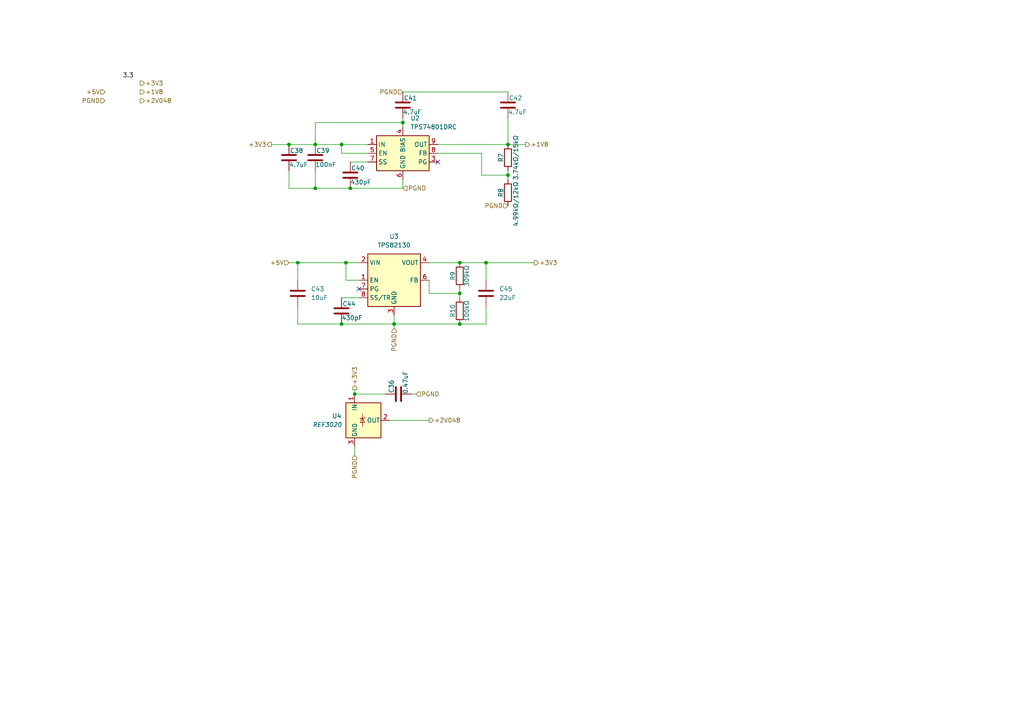
<source format=kicad_sch>
(kicad_sch
	(version 20231120)
	(generator "eeschema")
	(generator_version "8.0")
	(uuid "21edec84-2999-4231-a042-39a3406cf668")
	(paper "A4")
	(lib_symbols
		(symbol "Device:C"
			(pin_numbers hide)
			(pin_names
				(offset 0.254)
			)
			(exclude_from_sim no)
			(in_bom yes)
			(on_board yes)
			(property "Reference" "C"
				(at 0.635 2.54 0)
				(effects
					(font
						(size 1.27 1.27)
					)
					(justify left)
				)
			)
			(property "Value" "C"
				(at 0.635 -2.54 0)
				(effects
					(font
						(size 1.27 1.27)
					)
					(justify left)
				)
			)
			(property "Footprint" ""
				(at 0.9652 -3.81 0)
				(effects
					(font
						(size 1.27 1.27)
					)
					(hide yes)
				)
			)
			(property "Datasheet" "~"
				(at 0 0 0)
				(effects
					(font
						(size 1.27 1.27)
					)
					(hide yes)
				)
			)
			(property "Description" "Unpolarized capacitor"
				(at 0 0 0)
				(effects
					(font
						(size 1.27 1.27)
					)
					(hide yes)
				)
			)
			(property "ki_keywords" "cap capacitor"
				(at 0 0 0)
				(effects
					(font
						(size 1.27 1.27)
					)
					(hide yes)
				)
			)
			(property "ki_fp_filters" "C_*"
				(at 0 0 0)
				(effects
					(font
						(size 1.27 1.27)
					)
					(hide yes)
				)
			)
			(symbol "C_0_1"
				(polyline
					(pts
						(xy -2.032 -0.762) (xy 2.032 -0.762)
					)
					(stroke
						(width 0.508)
						(type default)
					)
					(fill
						(type none)
					)
				)
				(polyline
					(pts
						(xy -2.032 0.762) (xy 2.032 0.762)
					)
					(stroke
						(width 0.508)
						(type default)
					)
					(fill
						(type none)
					)
				)
			)
			(symbol "C_1_1"
				(pin passive line
					(at 0 3.81 270)
					(length 2.794)
					(name "~"
						(effects
							(font
								(size 1.27 1.27)
							)
						)
					)
					(number "1"
						(effects
							(font
								(size 1.27 1.27)
							)
						)
					)
				)
				(pin passive line
					(at 0 -3.81 90)
					(length 2.794)
					(name "~"
						(effects
							(font
								(size 1.27 1.27)
							)
						)
					)
					(number "2"
						(effects
							(font
								(size 1.27 1.27)
							)
						)
					)
				)
			)
		)
		(symbol "Device:R"
			(pin_numbers hide)
			(pin_names
				(offset 0)
			)
			(exclude_from_sim no)
			(in_bom yes)
			(on_board yes)
			(property "Reference" "R"
				(at 2.032 0 90)
				(effects
					(font
						(size 1.27 1.27)
					)
				)
			)
			(property "Value" "R"
				(at 0 0 90)
				(effects
					(font
						(size 1.27 1.27)
					)
				)
			)
			(property "Footprint" ""
				(at -1.778 0 90)
				(effects
					(font
						(size 1.27 1.27)
					)
					(hide yes)
				)
			)
			(property "Datasheet" "~"
				(at 0 0 0)
				(effects
					(font
						(size 1.27 1.27)
					)
					(hide yes)
				)
			)
			(property "Description" "Resistor"
				(at 0 0 0)
				(effects
					(font
						(size 1.27 1.27)
					)
					(hide yes)
				)
			)
			(property "ki_keywords" "R res resistor"
				(at 0 0 0)
				(effects
					(font
						(size 1.27 1.27)
					)
					(hide yes)
				)
			)
			(property "ki_fp_filters" "R_*"
				(at 0 0 0)
				(effects
					(font
						(size 1.27 1.27)
					)
					(hide yes)
				)
			)
			(symbol "R_0_1"
				(rectangle
					(start -1.016 -2.54)
					(end 1.016 2.54)
					(stroke
						(width 0.254)
						(type default)
					)
					(fill
						(type none)
					)
				)
			)
			(symbol "R_1_1"
				(pin passive line
					(at 0 3.81 270)
					(length 1.27)
					(name "~"
						(effects
							(font
								(size 1.27 1.27)
							)
						)
					)
					(number "1"
						(effects
							(font
								(size 1.27 1.27)
							)
						)
					)
				)
				(pin passive line
					(at 0 -3.81 90)
					(length 1.27)
					(name "~"
						(effects
							(font
								(size 1.27 1.27)
							)
						)
					)
					(number "2"
						(effects
							(font
								(size 1.27 1.27)
							)
						)
					)
				)
			)
		)
		(symbol "Reference_Voltage:REF3020"
			(pin_names
				(offset 0.254)
			)
			(exclude_from_sim no)
			(in_bom yes)
			(on_board yes)
			(property "Reference" "U"
				(at 0 6.35 0)
				(effects
					(font
						(size 1.27 1.27)
					)
				)
			)
			(property "Value" "REF3020"
				(at 2.54 -6.35 0)
				(effects
					(font
						(size 1.27 1.27)
						(italic yes)
					)
				)
			)
			(property "Footprint" "Package_TO_SOT_SMD:SOT-23"
				(at 0 -11.43 0)
				(effects
					(font
						(size 1.27 1.27)
						(italic yes)
					)
					(hide yes)
				)
			)
			(property "Datasheet" "http://www.ti.com/lit/ds/symlink/ref3033.pdf"
				(at 2.54 -8.89 0)
				(effects
					(font
						(size 1.27 1.27)
						(italic yes)
					)
					(hide yes)
				)
			)
			(property "Description" "2.048V 50-ppm/°C Max, 50-μA, CMOS Voltage Reference, SOT-23-3"
				(at 0 0 0)
				(effects
					(font
						(size 1.27 1.27)
					)
					(hide yes)
				)
			)
			(property "ki_keywords" "voltage reference"
				(at 0 0 0)
				(effects
					(font
						(size 1.27 1.27)
					)
					(hide yes)
				)
			)
			(property "ki_fp_filters" "SOT?23*"
				(at 0 0 0)
				(effects
					(font
						(size 1.27 1.27)
					)
					(hide yes)
				)
			)
			(symbol "REF3020_0_1"
				(rectangle
					(start -5.08 5.08)
					(end 5.08 -5.08)
					(stroke
						(width 0.254)
						(type default)
					)
					(fill
						(type background)
					)
				)
				(polyline
					(pts
						(xy -0.254 1.905) (xy -0.254 -1.905)
					)
					(stroke
						(width 0)
						(type default)
					)
					(fill
						(type none)
					)
				)
				(polyline
					(pts
						(xy -0.889 -0.635) (xy 0.381 -0.635) (xy -0.254 0.635) (xy -0.889 -0.635)
					)
					(stroke
						(width 0)
						(type default)
					)
					(fill
						(type none)
					)
				)
				(polyline
					(pts
						(xy 0.381 1.016) (xy 0.381 0.635) (xy -0.889 0.635) (xy -0.889 0.254)
					)
					(stroke
						(width 0)
						(type default)
					)
					(fill
						(type none)
					)
				)
			)
			(symbol "REF3020_1_1"
				(pin power_in line
					(at -2.54 7.62 270)
					(length 2.54)
					(name "IN"
						(effects
							(font
								(size 1.27 1.27)
							)
						)
					)
					(number "1"
						(effects
							(font
								(size 1.27 1.27)
							)
						)
					)
				)
				(pin power_out line
					(at 7.62 0 180)
					(length 2.54)
					(name "OUT"
						(effects
							(font
								(size 1.27 1.27)
							)
						)
					)
					(number "2"
						(effects
							(font
								(size 1.27 1.27)
							)
						)
					)
				)
				(pin power_in line
					(at -2.54 -7.62 90)
					(length 2.54)
					(name "GND"
						(effects
							(font
								(size 1.27 1.27)
							)
						)
					)
					(number "3"
						(effects
							(font
								(size 1.27 1.27)
							)
						)
					)
				)
			)
		)
		(symbol "Regulator_Linear:TPS74801DRC"
			(exclude_from_sim no)
			(in_bom yes)
			(on_board yes)
			(property "Reference" "U"
				(at 6.35 8.89 0)
				(effects
					(font
						(size 1.27 1.27)
					)
				)
			)
			(property "Value" "TPS74801DRC"
				(at 7.62 6.35 0)
				(effects
					(font
						(size 1.27 1.27)
					)
				)
			)
			(property "Footprint" "Package_SON:VSON-10-1EP_3x3mm_P0.5mm_EP1.65x2.4mm_ThermalVias"
				(at 0 10.16 0)
				(effects
					(font
						(size 1.27 1.27)
					)
					(hide yes)
				)
			)
			(property "Datasheet" "https://www.ti.com/lit/ds/symlink/tps74801.pdf"
				(at 0 12.7 0)
				(effects
					(font
						(size 1.27 1.27)
					)
					(hide yes)
				)
			)
			(property "Description" "Texas Instruments 1.5A, Low-Dropout Linear Regulator With Programmable Soft-Start, 0.8-5.5Vin, 2.7-6.0Vbias, 0.8-3.6Vout"
				(at 0 0 0)
				(effects
					(font
						(size 1.27 1.27)
					)
					(hide yes)
				)
			)
			(property "ki_keywords" "regulator LDO positive adjustable"
				(at 0 0 0)
				(effects
					(font
						(size 1.27 1.27)
					)
					(hide yes)
				)
			)
			(property "ki_fp_filters" "VSON*EP*3x3mm*P0.5mm*"
				(at 0 0 0)
				(effects
					(font
						(size 1.27 1.27)
					)
					(hide yes)
				)
			)
			(symbol "TPS74801DRC_0_1"
				(rectangle
					(start -7.62 5.08)
					(end 7.62 -5.08)
					(stroke
						(width 0.254)
						(type default)
					)
					(fill
						(type background)
					)
				)
			)
			(symbol "TPS74801DRC_1_1"
				(pin power_in line
					(at -10.16 2.54 0)
					(length 2.54)
					(name "IN"
						(effects
							(font
								(size 1.27 1.27)
							)
						)
					)
					(number "1"
						(effects
							(font
								(size 1.27 1.27)
							)
						)
					)
				)
				(pin passive line
					(at 10.16 2.54 180)
					(length 2.54) hide
					(name "OUT"
						(effects
							(font
								(size 1.27 1.27)
							)
						)
					)
					(number "10"
						(effects
							(font
								(size 1.27 1.27)
							)
						)
					)
				)
				(pin passive line
					(at 0 -7.62 90)
					(length 2.54) hide
					(name "GND"
						(effects
							(font
								(size 1.27 1.27)
							)
						)
					)
					(number "11"
						(effects
							(font
								(size 1.27 1.27)
							)
						)
					)
				)
				(pin passive line
					(at -10.16 2.54 0)
					(length 2.54) hide
					(name "IN"
						(effects
							(font
								(size 1.27 1.27)
							)
						)
					)
					(number "2"
						(effects
							(font
								(size 1.27 1.27)
							)
						)
					)
				)
				(pin open_collector line
					(at 10.16 -2.54 180)
					(length 2.54)
					(name "PG"
						(effects
							(font
								(size 1.27 1.27)
							)
						)
					)
					(number "3"
						(effects
							(font
								(size 1.27 1.27)
							)
						)
					)
				)
				(pin power_in line
					(at 0 7.62 270)
					(length 2.54)
					(name "BIAS"
						(effects
							(font
								(size 1.27 1.27)
							)
						)
					)
					(number "4"
						(effects
							(font
								(size 1.27 1.27)
							)
						)
					)
				)
				(pin input line
					(at -10.16 0 0)
					(length 2.54)
					(name "EN"
						(effects
							(font
								(size 1.27 1.27)
							)
						)
					)
					(number "5"
						(effects
							(font
								(size 1.27 1.27)
							)
						)
					)
				)
				(pin power_in line
					(at 0 -7.62 90)
					(length 2.54)
					(name "GND"
						(effects
							(font
								(size 1.27 1.27)
							)
						)
					)
					(number "6"
						(effects
							(font
								(size 1.27 1.27)
							)
						)
					)
				)
				(pin passive line
					(at -10.16 -2.54 0)
					(length 2.54)
					(name "SS"
						(effects
							(font
								(size 1.27 1.27)
							)
						)
					)
					(number "7"
						(effects
							(font
								(size 1.27 1.27)
							)
						)
					)
				)
				(pin input line
					(at 10.16 0 180)
					(length 2.54)
					(name "FB"
						(effects
							(font
								(size 1.27 1.27)
							)
						)
					)
					(number "8"
						(effects
							(font
								(size 1.27 1.27)
							)
						)
					)
				)
				(pin power_out line
					(at 10.16 2.54 180)
					(length 2.54)
					(name "OUT"
						(effects
							(font
								(size 1.27 1.27)
							)
						)
					)
					(number "9"
						(effects
							(font
								(size 1.27 1.27)
							)
						)
					)
				)
			)
		)
		(symbol "Regulator_Switching:TPS82130"
			(exclude_from_sim no)
			(in_bom yes)
			(on_board yes)
			(property "Reference" "U"
				(at 1.27 11.43 0)
				(effects
					(font
						(size 1.27 1.27)
					)
				)
			)
			(property "Value" "TPS82130"
				(at 5.08 8.89 0)
				(effects
					(font
						(size 1.27 1.27)
					)
				)
			)
			(property "Footprint" "Package_LGA:Texas_SIL0008D_MicroSiP-8-1EP_2.8x3mm_P0.65mm_EP1.1x1.9mm_ThermalVias"
				(at 0 -16.51 0)
				(effects
					(font
						(size 1.27 1.27)
					)
					(hide yes)
				)
			)
			(property "Datasheet" "http://www.ti.com/lit/ds/symlink/tps82130.pdf"
				(at 0 -19.05 0)
				(effects
					(font
						(size 1.27 1.27)
					)
					(hide yes)
				)
			)
			(property "Description" "17V Input 3A Step-Down Converter MicroSiP Module with Integrated Inductor, μSiL-8"
				(at 0 0 0)
				(effects
					(font
						(size 1.27 1.27)
					)
					(hide yes)
				)
			)
			(property "ki_keywords" "17V 3A Step-down Buck Module"
				(at 0 0 0)
				(effects
					(font
						(size 1.27 1.27)
					)
					(hide yes)
				)
			)
			(property "ki_fp_filters" "Texas*MicroSiP*1EP*2.8x3mm*P0.65mm*"
				(at 0 0 0)
				(effects
					(font
						(size 1.27 1.27)
					)
					(hide yes)
				)
			)
			(symbol "TPS82130_0_1"
				(rectangle
					(start -7.62 7.62)
					(end 7.62 -7.62)
					(stroke
						(width 0.254)
						(type default)
					)
					(fill
						(type background)
					)
				)
			)
			(symbol "TPS82130_1_1"
				(pin input line
					(at -10.16 0 0)
					(length 2.54)
					(name "EN"
						(effects
							(font
								(size 1.27 1.27)
							)
						)
					)
					(number "1"
						(effects
							(font
								(size 1.27 1.27)
							)
						)
					)
				)
				(pin power_in line
					(at -10.16 5.08 0)
					(length 2.54)
					(name "VIN"
						(effects
							(font
								(size 1.27 1.27)
							)
						)
					)
					(number "2"
						(effects
							(font
								(size 1.27 1.27)
							)
						)
					)
				)
				(pin power_in line
					(at 0 -10.16 90)
					(length 2.54)
					(name "GND"
						(effects
							(font
								(size 1.27 1.27)
							)
						)
					)
					(number "3"
						(effects
							(font
								(size 1.27 1.27)
							)
						)
					)
				)
				(pin power_out line
					(at 10.16 5.08 180)
					(length 2.54)
					(name "VOUT"
						(effects
							(font
								(size 1.27 1.27)
							)
						)
					)
					(number "4"
						(effects
							(font
								(size 1.27 1.27)
							)
						)
					)
				)
				(pin passive line
					(at 10.16 5.08 180)
					(length 2.54) hide
					(name "VOUT"
						(effects
							(font
								(size 1.27 1.27)
							)
						)
					)
					(number "5"
						(effects
							(font
								(size 1.27 1.27)
							)
						)
					)
				)
				(pin input line
					(at 10.16 0 180)
					(length 2.54)
					(name "FB"
						(effects
							(font
								(size 1.27 1.27)
							)
						)
					)
					(number "6"
						(effects
							(font
								(size 1.27 1.27)
							)
						)
					)
				)
				(pin open_collector line
					(at -10.16 -2.54 0)
					(length 2.54)
					(name "PG"
						(effects
							(font
								(size 1.27 1.27)
							)
						)
					)
					(number "7"
						(effects
							(font
								(size 1.27 1.27)
							)
						)
					)
				)
				(pin input line
					(at -10.16 -5.08 0)
					(length 2.54)
					(name "SS/TR"
						(effects
							(font
								(size 1.27 1.27)
							)
						)
					)
					(number "8"
						(effects
							(font
								(size 1.27 1.27)
							)
						)
					)
				)
				(pin passive line
					(at 0 -10.16 90)
					(length 2.54) hide
					(name "GND"
						(effects
							(font
								(size 1.27 1.27)
							)
						)
					)
					(number "9"
						(effects
							(font
								(size 1.27 1.27)
							)
						)
					)
				)
			)
		)
	)
	(junction
		(at 99.06 93.98)
		(diameter 0)
		(color 0 0 0 0)
		(uuid "005c8427-a470-4c6a-ad6f-4219773b3e5c")
	)
	(junction
		(at 91.44 54.61)
		(diameter 0)
		(color 0 0 0 0)
		(uuid "0634a9a3-8e40-44fc-8529-955ba913b296")
	)
	(junction
		(at 99.06 41.91)
		(diameter 0)
		(color 0 0 0 0)
		(uuid "1cdc9464-1f7d-44c7-97d3-0443488efc3d")
	)
	(junction
		(at 91.44 41.91)
		(diameter 0)
		(color 0 0 0 0)
		(uuid "1e6b9201-9476-4269-ab35-ac67e8b3abda")
	)
	(junction
		(at 114.3 93.98)
		(diameter 0)
		(color 0 0 0 0)
		(uuid "349b0c6c-2804-40f2-83c7-a72f418d5f45")
	)
	(junction
		(at 133.35 93.98)
		(diameter 0)
		(color 0 0 0 0)
		(uuid "4fb05cc8-1150-4848-a6a3-7915f24eaadb")
	)
	(junction
		(at 133.35 85.09)
		(diameter 0)
		(color 0 0 0 0)
		(uuid "5b4fb67d-6852-4b00-850d-d91c911fbb8d")
	)
	(junction
		(at 102.87 114.3)
		(diameter 0)
		(color 0 0 0 0)
		(uuid "62703459-44c9-469b-93bb-12879a099713")
	)
	(junction
		(at 83.82 41.91)
		(diameter 0)
		(color 0 0 0 0)
		(uuid "64103870-c54a-438a-b002-807e9e9e2edc")
	)
	(junction
		(at 101.6 54.61)
		(diameter 0)
		(color 0 0 0 0)
		(uuid "7078bc5b-b122-4c1b-9336-6f1fbadcc17d")
	)
	(junction
		(at 140.97 76.2)
		(diameter 0)
		(color 0 0 0 0)
		(uuid "8a1157c8-c61e-4eed-bfc4-e1ff7cba0fcc")
	)
	(junction
		(at 133.35 76.2)
		(diameter 0)
		(color 0 0 0 0)
		(uuid "a8f6f914-7b83-4d75-99c7-843b75e92ae7")
	)
	(junction
		(at 100.33 76.2)
		(diameter 0)
		(color 0 0 0 0)
		(uuid "ab4d5a59-c698-4891-b9e0-7462e9e32661")
	)
	(junction
		(at 116.84 35.56)
		(diameter 0)
		(color 0 0 0 0)
		(uuid "bc4d98ec-1403-48e1-abad-8df2263147df")
	)
	(junction
		(at 86.36 76.2)
		(diameter 0)
		(color 0 0 0 0)
		(uuid "d01019e0-a289-4ca2-b17d-15404870e70d")
	)
	(junction
		(at 147.32 50.8)
		(diameter 0)
		(color 0 0 0 0)
		(uuid "e240b77f-c97b-4a0f-828c-8dcb3fe60feb")
	)
	(junction
		(at 147.32 41.91)
		(diameter 0)
		(color 0 0 0 0)
		(uuid "f3ba62d4-9484-472b-b7bd-54b9c1dd8343")
	)
	(no_connect
		(at 104.14 83.82)
		(uuid "8987f131-6976-44f9-8207-55c09e08d80c")
	)
	(no_connect
		(at 127 46.99)
		(uuid "9f211b77-9360-4c46-98e3-cc1b1a217676")
	)
	(wire
		(pts
			(xy 91.44 54.61) (xy 101.6 54.61)
		)
		(stroke
			(width 0)
			(type default)
		)
		(uuid "0eba8792-c9c6-471b-a944-7ce3eda6e6db")
	)
	(wire
		(pts
			(xy 114.3 95.25) (xy 114.3 93.98)
		)
		(stroke
			(width 0)
			(type default)
		)
		(uuid "1050a25e-88c0-4384-9e19-d71046537fb2")
	)
	(wire
		(pts
			(xy 116.84 54.61) (xy 116.84 52.07)
		)
		(stroke
			(width 0)
			(type default)
		)
		(uuid "126d758b-d333-491f-b699-0da6952fa8e7")
	)
	(wire
		(pts
			(xy 113.03 121.92) (xy 124.46 121.92)
		)
		(stroke
			(width 0)
			(type default)
		)
		(uuid "2019fab1-4cfb-4937-a284-b1f5bd0081d3")
	)
	(wire
		(pts
			(xy 116.84 26.67) (xy 147.32 26.67)
		)
		(stroke
			(width 0)
			(type default)
		)
		(uuid "214ed405-e86c-4beb-b6dd-8ff2e52f2e00")
	)
	(wire
		(pts
			(xy 101.6 46.99) (xy 106.68 46.99)
		)
		(stroke
			(width 0)
			(type default)
		)
		(uuid "2ad726c7-2038-415d-b307-12b92afcc09e")
	)
	(wire
		(pts
			(xy 78.74 41.91) (xy 83.82 41.91)
		)
		(stroke
			(width 0)
			(type default)
		)
		(uuid "2f560e8a-2d87-457f-9491-d21827c40c84")
	)
	(wire
		(pts
			(xy 133.35 86.36) (xy 133.35 85.09)
		)
		(stroke
			(width 0)
			(type default)
		)
		(uuid "38e019a2-7362-47d9-a3d3-6e37e59e81b3")
	)
	(wire
		(pts
			(xy 99.06 41.91) (xy 106.68 41.91)
		)
		(stroke
			(width 0)
			(type default)
		)
		(uuid "3af56563-bfd0-455d-a03d-0902f05e99a6")
	)
	(wire
		(pts
			(xy 116.84 34.29) (xy 116.84 35.56)
		)
		(stroke
			(width 0)
			(type default)
		)
		(uuid "46f2e5a3-d320-4d4b-b500-e1e090d9691f")
	)
	(wire
		(pts
			(xy 86.36 76.2) (xy 100.33 76.2)
		)
		(stroke
			(width 0)
			(type default)
		)
		(uuid "47b1c99e-bbc9-4325-b240-05c1d5b41733")
	)
	(wire
		(pts
			(xy 99.06 86.36) (xy 104.14 86.36)
		)
		(stroke
			(width 0)
			(type default)
		)
		(uuid "4a347462-3459-46bd-8c06-250b31f137d3")
	)
	(wire
		(pts
			(xy 147.32 52.07) (xy 147.32 50.8)
		)
		(stroke
			(width 0)
			(type default)
		)
		(uuid "55ec1046-c2b4-41e5-8ad8-6e9fcf701554")
	)
	(wire
		(pts
			(xy 140.97 76.2) (xy 154.94 76.2)
		)
		(stroke
			(width 0)
			(type default)
		)
		(uuid "59c39857-f826-4689-af06-3de8851f0aaf")
	)
	(wire
		(pts
			(xy 120.65 114.3) (xy 119.38 114.3)
		)
		(stroke
			(width 0)
			(type default)
		)
		(uuid "65318491-4c51-44d7-bfee-c0bea6f4f3f3")
	)
	(wire
		(pts
			(xy 147.32 50.8) (xy 147.32 49.53)
		)
		(stroke
			(width 0)
			(type default)
		)
		(uuid "65ef1582-cdac-49c5-8f93-919d37097cb5")
	)
	(wire
		(pts
			(xy 133.35 85.09) (xy 124.46 85.09)
		)
		(stroke
			(width 0)
			(type default)
		)
		(uuid "6b1bd980-db6b-499d-b4ae-3df0c3c43363")
	)
	(wire
		(pts
			(xy 147.32 50.8) (xy 139.7 50.8)
		)
		(stroke
			(width 0)
			(type default)
		)
		(uuid "752ea491-da31-4385-ac33-1ebc43248e7a")
	)
	(wire
		(pts
			(xy 100.33 76.2) (xy 100.33 81.28)
		)
		(stroke
			(width 0)
			(type default)
		)
		(uuid "895d690b-6871-46d9-aa39-e8651cb726ed")
	)
	(wire
		(pts
			(xy 140.97 76.2) (xy 140.97 81.28)
		)
		(stroke
			(width 0)
			(type default)
		)
		(uuid "89eeeb70-0f95-426b-9b49-74299010206e")
	)
	(wire
		(pts
			(xy 102.87 129.54) (xy 102.87 132.08)
		)
		(stroke
			(width 0)
			(type default)
		)
		(uuid "8ac8cefa-22e0-49bf-84c5-d018de0ced2b")
	)
	(wire
		(pts
			(xy 102.87 113.03) (xy 102.87 114.3)
		)
		(stroke
			(width 0)
			(type default)
		)
		(uuid "8bbd754e-9ca4-4b41-854e-c37350dc8a97")
	)
	(wire
		(pts
			(xy 91.44 35.56) (xy 91.44 41.91)
		)
		(stroke
			(width 0)
			(type default)
		)
		(uuid "8ec43c3d-a8dd-474d-a02a-e7f595e03b85")
	)
	(wire
		(pts
			(xy 114.3 93.98) (xy 114.3 91.44)
		)
		(stroke
			(width 0)
			(type default)
		)
		(uuid "90ef7f4a-b8e6-4942-bc6a-931467d891c9")
	)
	(wire
		(pts
			(xy 147.32 34.29) (xy 147.32 41.91)
		)
		(stroke
			(width 0)
			(type default)
		)
		(uuid "90fdb355-1378-418e-b92f-449d98b56214")
	)
	(wire
		(pts
			(xy 83.82 49.53) (xy 83.82 54.61)
		)
		(stroke
			(width 0)
			(type default)
		)
		(uuid "925a1853-bfd5-493e-b66a-e415dedd52bf")
	)
	(wire
		(pts
			(xy 99.06 44.45) (xy 99.06 41.91)
		)
		(stroke
			(width 0)
			(type default)
		)
		(uuid "9b321e15-6c7e-48ba-beb0-c62bd2781caf")
	)
	(wire
		(pts
			(xy 116.84 35.56) (xy 91.44 35.56)
		)
		(stroke
			(width 0)
			(type default)
		)
		(uuid "9f13b37f-7aa8-4cc0-a7a6-4d94147f25e0")
	)
	(wire
		(pts
			(xy 86.36 88.9) (xy 86.36 93.98)
		)
		(stroke
			(width 0)
			(type default)
		)
		(uuid "a74fffa9-2efb-4829-bd6b-607e6e0ab160")
	)
	(wire
		(pts
			(xy 100.33 76.2) (xy 104.14 76.2)
		)
		(stroke
			(width 0)
			(type default)
		)
		(uuid "aed1216c-f8e4-46f1-b9ee-2845b39be08e")
	)
	(wire
		(pts
			(xy 139.7 44.45) (xy 127 44.45)
		)
		(stroke
			(width 0)
			(type default)
		)
		(uuid "b14c56d2-7fc2-42ed-b316-2e3cfb08d7d6")
	)
	(wire
		(pts
			(xy 83.82 41.91) (xy 91.44 41.91)
		)
		(stroke
			(width 0)
			(type default)
		)
		(uuid "b1a9a904-22e0-405e-b255-966c91f49b34")
	)
	(wire
		(pts
			(xy 127 41.91) (xy 147.32 41.91)
		)
		(stroke
			(width 0)
			(type default)
		)
		(uuid "b3db6f38-1a48-4565-a1f8-edeb2c2faad0")
	)
	(wire
		(pts
			(xy 83.82 76.2) (xy 86.36 76.2)
		)
		(stroke
			(width 0)
			(type default)
		)
		(uuid "bac016d8-c4d1-4b1e-8d1c-a79c71092edd")
	)
	(wire
		(pts
			(xy 102.87 114.3) (xy 111.76 114.3)
		)
		(stroke
			(width 0)
			(type default)
		)
		(uuid "bac82166-6210-4827-968f-7dbdcb1e8263")
	)
	(wire
		(pts
			(xy 86.36 76.2) (xy 86.36 81.28)
		)
		(stroke
			(width 0)
			(type default)
		)
		(uuid "c76d5fc5-d9df-42f0-9f2a-a3cf3c361d1e")
	)
	(wire
		(pts
			(xy 86.36 93.98) (xy 99.06 93.98)
		)
		(stroke
			(width 0)
			(type default)
		)
		(uuid "c9367f6a-f467-44fd-a06a-9e8babbdf93a")
	)
	(wire
		(pts
			(xy 104.14 81.28) (xy 100.33 81.28)
		)
		(stroke
			(width 0)
			(type default)
		)
		(uuid "ca862a1b-4232-48e5-808e-0396d48c2334")
	)
	(wire
		(pts
			(xy 101.6 54.61) (xy 116.84 54.61)
		)
		(stroke
			(width 0)
			(type default)
		)
		(uuid "cf32c815-dbda-405d-8fd7-66457d8d5fc1")
	)
	(wire
		(pts
			(xy 139.7 50.8) (xy 139.7 44.45)
		)
		(stroke
			(width 0)
			(type default)
		)
		(uuid "d3a3ab0c-63a1-41f8-aafc-56863217c599")
	)
	(wire
		(pts
			(xy 147.32 41.91) (xy 152.4 41.91)
		)
		(stroke
			(width 0)
			(type default)
		)
		(uuid "d5ac44a3-7178-4566-ad8e-66034701c6ee")
	)
	(wire
		(pts
			(xy 83.82 54.61) (xy 91.44 54.61)
		)
		(stroke
			(width 0)
			(type default)
		)
		(uuid "d7fbe7fa-c4c1-40ab-a1f5-dc5165bd7346")
	)
	(wire
		(pts
			(xy 116.84 35.56) (xy 116.84 36.83)
		)
		(stroke
			(width 0)
			(type default)
		)
		(uuid "d8f53b8e-6172-4a85-8a85-335950756b20")
	)
	(wire
		(pts
			(xy 133.35 85.09) (xy 133.35 83.82)
		)
		(stroke
			(width 0)
			(type default)
		)
		(uuid "d9473e43-72a5-49a5-af62-b79cd69ce704")
	)
	(wire
		(pts
			(xy 114.3 93.98) (xy 133.35 93.98)
		)
		(stroke
			(width 0)
			(type default)
		)
		(uuid "dde6861f-95dc-4b2e-b93e-d4c89409cfee")
	)
	(wire
		(pts
			(xy 91.44 41.91) (xy 99.06 41.91)
		)
		(stroke
			(width 0)
			(type default)
		)
		(uuid "df78e5a4-0f2c-43cc-b3ae-cca2c9e2de97")
	)
	(wire
		(pts
			(xy 124.46 85.09) (xy 124.46 81.28)
		)
		(stroke
			(width 0)
			(type default)
		)
		(uuid "e4d44935-ba00-4cf4-af4e-bde2590b3c5b")
	)
	(wire
		(pts
			(xy 106.68 44.45) (xy 99.06 44.45)
		)
		(stroke
			(width 0)
			(type default)
		)
		(uuid "e54da14b-ea6e-41ff-bddb-6e1c8c752b48")
	)
	(wire
		(pts
			(xy 124.46 76.2) (xy 133.35 76.2)
		)
		(stroke
			(width 0)
			(type default)
		)
		(uuid "e5b2e934-da03-454a-9880-813b1de236f2")
	)
	(wire
		(pts
			(xy 140.97 88.9) (xy 140.97 93.98)
		)
		(stroke
			(width 0)
			(type default)
		)
		(uuid "e619827f-6bb0-44c3-977f-8ac4598bcec1")
	)
	(wire
		(pts
			(xy 140.97 93.98) (xy 133.35 93.98)
		)
		(stroke
			(width 0)
			(type default)
		)
		(uuid "e6200703-d5d2-4bbf-ad60-44cb2390bc13")
	)
	(wire
		(pts
			(xy 91.44 49.53) (xy 91.44 54.61)
		)
		(stroke
			(width 0)
			(type default)
		)
		(uuid "e80daea9-f8c2-49f3-ac46-15b7f7e7a4d5")
	)
	(wire
		(pts
			(xy 133.35 76.2) (xy 140.97 76.2)
		)
		(stroke
			(width 0)
			(type default)
		)
		(uuid "f28b75b4-8146-4119-a2b1-a72169194b62")
	)
	(wire
		(pts
			(xy 99.06 93.98) (xy 114.3 93.98)
		)
		(stroke
			(width 0)
			(type default)
		)
		(uuid "f3ac0fdc-e48e-49e3-ba35-7db8ef8e8125")
	)
	(label "3.3"
		(at 35.56 22.86 0)
		(fields_autoplaced yes)
		(effects
			(font
				(size 1.27 1.27)
			)
			(justify left bottom)
		)
		(uuid "cd64e1bc-9e43-4277-9853-dc0bb7961b32")
	)
	(hierarchical_label "PGND"
		(shape input)
		(at 120.65 114.3 0)
		(fields_autoplaced yes)
		(effects
			(font
				(size 1.27 1.27)
			)
			(justify left)
		)
		(uuid "1965e54b-f5a8-4f8e-851e-ec85c6b471ab")
	)
	(hierarchical_label "PGND"
		(shape input)
		(at 147.32 59.69 180)
		(fields_autoplaced yes)
		(effects
			(font
				(size 1.27 1.27)
			)
			(justify right)
		)
		(uuid "1e8044ed-243f-424f-908e-ee623d0f46d4")
	)
	(hierarchical_label "+2V048"
		(shape output)
		(at 124.46 121.92 0)
		(fields_autoplaced yes)
		(effects
			(font
				(size 1.27 1.27)
			)
			(justify left)
		)
		(uuid "34391724-d2bf-41bc-8fca-4b49755482fa")
	)
	(hierarchical_label "PGND"
		(shape input)
		(at 30.48 29.21 180)
		(fields_autoplaced yes)
		(effects
			(font
				(size 1.27 1.27)
			)
			(justify right)
		)
		(uuid "417a71d0-68e7-43fb-9a65-e035678040a0")
	)
	(hierarchical_label "PGND"
		(shape input)
		(at 116.84 26.67 180)
		(fields_autoplaced yes)
		(effects
			(font
				(size 1.27 1.27)
			)
			(justify right)
		)
		(uuid "41ed5886-7bd7-41eb-b626-6e542a171233")
	)
	(hierarchical_label "+3V3"
		(shape output)
		(at 154.94 76.2 0)
		(fields_autoplaced yes)
		(effects
			(font
				(size 1.27 1.27)
			)
			(justify left)
		)
		(uuid "540c7fc7-3e91-4ce1-9351-565213b3987f")
	)
	(hierarchical_label "PGND"
		(shape input)
		(at 114.3 95.25 270)
		(fields_autoplaced yes)
		(effects
			(font
				(size 1.27 1.27)
			)
			(justify right)
		)
		(uuid "631350df-45dc-4685-b084-1fd09ea904fd")
	)
	(hierarchical_label "+3V3"
		(shape output)
		(at 78.74 41.91 180)
		(fields_autoplaced yes)
		(effects
			(font
				(size 1.27 1.27)
			)
			(justify right)
		)
		(uuid "689b7b65-54f9-4309-8f65-435899fab15e")
	)
	(hierarchical_label "+1V8"
		(shape output)
		(at 40.64 26.67 0)
		(fields_autoplaced yes)
		(effects
			(font
				(size 1.27 1.27)
			)
			(justify left)
		)
		(uuid "6a8d9a9d-5e76-4565-8793-2cfc7d790686")
	)
	(hierarchical_label "+5V"
		(shape input)
		(at 83.82 76.2 180)
		(fields_autoplaced yes)
		(effects
			(font
				(size 1.27 1.27)
			)
			(justify right)
		)
		(uuid "71159078-1126-48ec-b389-f5683762a7fe")
	)
	(hierarchical_label "+5V"
		(shape input)
		(at 30.48 26.67 180)
		(fields_autoplaced yes)
		(effects
			(font
				(size 1.27 1.27)
			)
			(justify right)
		)
		(uuid "713dba00-156d-4d64-9410-b16810b062f5")
	)
	(hierarchical_label "+3V3"
		(shape output)
		(at 102.87 113.03 90)
		(fields_autoplaced yes)
		(effects
			(font
				(size 1.27 1.27)
			)
			(justify left)
		)
		(uuid "a590d4a6-f358-4ac6-92b8-c87e16616605")
	)
	(hierarchical_label "PGND"
		(shape input)
		(at 116.84 54.61 0)
		(fields_autoplaced yes)
		(effects
			(font
				(size 1.27 1.27)
			)
			(justify left)
		)
		(uuid "a82c1b31-8dec-4684-a39d-8d156c1d15f0")
	)
	(hierarchical_label "+1V8"
		(shape output)
		(at 152.4 41.91 0)
		(fields_autoplaced yes)
		(effects
			(font
				(size 1.27 1.27)
			)
			(justify left)
		)
		(uuid "df6d9c97-2a2e-4931-a26f-a88c1d6da8f4")
	)
	(hierarchical_label "+2V048"
		(shape output)
		(at 40.64 29.21 0)
		(fields_autoplaced yes)
		(effects
			(font
				(size 1.27 1.27)
			)
			(justify left)
		)
		(uuid "e8183e02-dc28-45a0-9495-ae612dabbcda")
	)
	(hierarchical_label "+3V3"
		(shape output)
		(at 40.64 24.13 0)
		(fields_autoplaced yes)
		(effects
			(font
				(size 1.27 1.27)
			)
			(justify left)
		)
		(uuid "e8713d5e-2576-4f83-9f5b-02207b1d99e3")
	)
	(hierarchical_label "PGND"
		(shape input)
		(at 102.87 132.08 270)
		(fields_autoplaced yes)
		(effects
			(font
				(size 1.27 1.27)
			)
			(justify right)
		)
		(uuid "f4fba663-48f6-4def-8253-56efe8963543")
	)
	(symbol
		(lib_id "Device:C")
		(at 86.36 85.09 0)
		(unit 1)
		(exclude_from_sim no)
		(in_bom yes)
		(on_board yes)
		(dnp no)
		(fields_autoplaced yes)
		(uuid "25353631-8979-47e6-a33d-f08a871a3680")
		(property "Reference" "C43"
			(at 90.17 83.8199 0)
			(effects
				(font
					(size 1.27 1.27)
				)
				(justify left)
			)
		)
		(property "Value" "10uF"
			(at 90.17 86.3599 0)
			(effects
				(font
					(size 1.27 1.27)
				)
				(justify left)
			)
		)
		(property "Footprint" "Capacitor_SMD:C_0603_1608Metric"
			(at 87.3252 88.9 0)
			(effects
				(font
					(size 1.27 1.27)
				)
				(hide yes)
			)
		)
		(property "Datasheet" "~"
			(at 86.36 85.09 0)
			(effects
				(font
					(size 1.27 1.27)
				)
				(hide yes)
			)
		)
		(property "Description" "Unpolarized capacitor"
			(at 86.36 85.09 0)
			(effects
				(font
					(size 1.27 1.27)
				)
				(hide yes)
			)
		)
		(pin "1"
			(uuid "3c7f4f2a-23ee-4c6d-bd64-c653ffac331e")
		)
		(pin "2"
			(uuid "92081448-e2a1-4d3d-8334-e0eceb788b1d")
		)
		(instances
			(project "h750xb_core"
				(path "/a69f31b1-c3a2-49f5-a533-af75e45f29ed/e0128536-73a9-45ac-9dac-95fe4f1a4212"
					(reference "C43")
					(unit 1)
				)
			)
		)
	)
	(symbol
		(lib_id "Device:C")
		(at 147.32 30.48 0)
		(unit 1)
		(exclude_from_sim no)
		(in_bom yes)
		(on_board yes)
		(dnp no)
		(uuid "27da7ddb-927c-4e23-92b5-e9993a2eedff")
		(property "Reference" "C42"
			(at 147.574 28.448 0)
			(effects
				(font
					(size 1.27 1.27)
				)
				(justify left)
			)
		)
		(property "Value" "4.7uF"
			(at 147.32 32.512 0)
			(effects
				(font
					(size 1.27 1.27)
				)
				(justify left)
			)
		)
		(property "Footprint" "Capacitor_SMD:C_0402_1005Metric"
			(at 148.2852 34.29 0)
			(effects
				(font
					(size 1.27 1.27)
				)
				(hide yes)
			)
		)
		(property "Datasheet" "~"
			(at 147.32 30.48 0)
			(effects
				(font
					(size 1.27 1.27)
				)
				(hide yes)
			)
		)
		(property "Description" "Unpolarized capacitor"
			(at 147.32 30.48 0)
			(effects
				(font
					(size 1.27 1.27)
				)
				(hide yes)
			)
		)
		(pin "2"
			(uuid "b446d9bd-d4c3-42e2-8afc-ad9eb654fb85")
		)
		(pin "1"
			(uuid "bf9e8cc5-be32-49be-acb8-f7e1165d25f4")
		)
		(instances
			(project "h750xb_core"
				(path "/a69f31b1-c3a2-49f5-a533-af75e45f29ed/e0128536-73a9-45ac-9dac-95fe4f1a4212"
					(reference "C42")
					(unit 1)
				)
			)
		)
	)
	(symbol
		(lib_id "Device:C")
		(at 140.97 85.09 0)
		(unit 1)
		(exclude_from_sim no)
		(in_bom yes)
		(on_board yes)
		(dnp no)
		(fields_autoplaced yes)
		(uuid "2a6aec03-deb2-4ae4-af22-709a015160c4")
		(property "Reference" "C45"
			(at 144.78 83.8199 0)
			(effects
				(font
					(size 1.27 1.27)
				)
				(justify left)
			)
		)
		(property "Value" "22uF"
			(at 144.78 86.3599 0)
			(effects
				(font
					(size 1.27 1.27)
				)
				(justify left)
			)
		)
		(property "Footprint" "Capacitor_SMD:C_0603_1608Metric"
			(at 141.9352 88.9 0)
			(effects
				(font
					(size 1.27 1.27)
				)
				(hide yes)
			)
		)
		(property "Datasheet" "~"
			(at 140.97 85.09 0)
			(effects
				(font
					(size 1.27 1.27)
				)
				(hide yes)
			)
		)
		(property "Description" "Unpolarized capacitor"
			(at 140.97 85.09 0)
			(effects
				(font
					(size 1.27 1.27)
				)
				(hide yes)
			)
		)
		(property "LCSC" "C415703"
			(at 140.97 85.09 0)
			(effects
				(font
					(size 1.27 1.27)
				)
				(hide yes)
			)
		)
		(pin "2"
			(uuid "5c037ba0-4dc4-4294-bd86-6c582da9b048")
		)
		(pin "1"
			(uuid "56d53313-b989-4f21-bd85-9eafc692cb7d")
		)
		(instances
			(project "h750xb_core"
				(path "/a69f31b1-c3a2-49f5-a533-af75e45f29ed/e0128536-73a9-45ac-9dac-95fe4f1a4212"
					(reference "C45")
					(unit 1)
				)
			)
		)
	)
	(symbol
		(lib_id "Device:C")
		(at 91.44 45.72 0)
		(unit 1)
		(exclude_from_sim no)
		(in_bom yes)
		(on_board yes)
		(dnp no)
		(uuid "3537a91b-a847-47f3-aed6-2a664bb38d53")
		(property "Reference" "C39"
			(at 91.694 43.688 0)
			(effects
				(font
					(size 1.27 1.27)
				)
				(justify left)
			)
		)
		(property "Value" "100nF"
			(at 91.44 47.752 0)
			(effects
				(font
					(size 1.27 1.27)
				)
				(justify left)
			)
		)
		(property "Footprint" "Capacitor_SMD:C_0402_1005Metric"
			(at 92.4052 49.53 0)
			(effects
				(font
					(size 1.27 1.27)
				)
				(hide yes)
			)
		)
		(property "Datasheet" "~"
			(at 91.44 45.72 0)
			(effects
				(font
					(size 1.27 1.27)
				)
				(hide yes)
			)
		)
		(property "Description" "Unpolarized capacitor"
			(at 91.44 45.72 0)
			(effects
				(font
					(size 1.27 1.27)
				)
				(hide yes)
			)
		)
		(pin "2"
			(uuid "11640630-8565-4bd0-b387-967853834f5b")
		)
		(pin "1"
			(uuid "724ab9a8-20ed-424e-9407-2a1aea0a4c26")
		)
		(instances
			(project "h750xb_core"
				(path "/a69f31b1-c3a2-49f5-a533-af75e45f29ed/e0128536-73a9-45ac-9dac-95fe4f1a4212"
					(reference "C39")
					(unit 1)
				)
			)
		)
	)
	(symbol
		(lib_id "Device:C")
		(at 116.84 30.48 0)
		(unit 1)
		(exclude_from_sim no)
		(in_bom yes)
		(on_board yes)
		(dnp no)
		(uuid "3d111eba-66d1-4c05-8d02-67abb497de2a")
		(property "Reference" "C41"
			(at 117.094 28.448 0)
			(effects
				(font
					(size 1.27 1.27)
				)
				(justify left)
			)
		)
		(property "Value" "4.7uF"
			(at 116.84 32.512 0)
			(effects
				(font
					(size 1.27 1.27)
				)
				(justify left)
			)
		)
		(property "Footprint" "Capacitor_SMD:C_0402_1005Metric"
			(at 117.8052 34.29 0)
			(effects
				(font
					(size 1.27 1.27)
				)
				(hide yes)
			)
		)
		(property "Datasheet" "~"
			(at 116.84 30.48 0)
			(effects
				(font
					(size 1.27 1.27)
				)
				(hide yes)
			)
		)
		(property "Description" "Unpolarized capacitor"
			(at 116.84 30.48 0)
			(effects
				(font
					(size 1.27 1.27)
				)
				(hide yes)
			)
		)
		(pin "2"
			(uuid "9001e953-6bf8-4dcc-ac28-594c916a06d5")
		)
		(pin "1"
			(uuid "9dec5a3f-2015-46a0-82ef-7aed6887b796")
		)
		(instances
			(project "h750xb_core"
				(path "/a69f31b1-c3a2-49f5-a533-af75e45f29ed/e0128536-73a9-45ac-9dac-95fe4f1a4212"
					(reference "C41")
					(unit 1)
				)
			)
		)
	)
	(symbol
		(lib_id "Device:R")
		(at 133.35 80.01 180)
		(unit 1)
		(exclude_from_sim no)
		(in_bom yes)
		(on_board yes)
		(dnp no)
		(uuid "5c01cb2d-e562-43d2-9b07-22ce598b3a84")
		(property "Reference" "R9"
			(at 131.318 80.01 90)
			(effects
				(font
					(size 1.27 1.27)
				)
			)
		)
		(property "Value" "309kΩ"
			(at 135.382 80.01 90)
			(effects
				(font
					(size 1.27 1.27)
				)
			)
		)
		(property "Footprint" "Resistor_SMD:R_0402_1005Metric"
			(at 135.128 80.01 90)
			(effects
				(font
					(size 1.27 1.27)
				)
				(hide yes)
			)
		)
		(property "Datasheet" "~"
			(at 133.35 80.01 0)
			(effects
				(font
					(size 1.27 1.27)
				)
				(hide yes)
			)
		)
		(property "Description" "Resistor"
			(at 133.35 80.01 0)
			(effects
				(font
					(size 1.27 1.27)
				)
				(hide yes)
			)
		)
		(pin "2"
			(uuid "f7d4eee1-475b-4e58-9315-ba45a13a6f5d")
		)
		(pin "1"
			(uuid "56b54797-827c-406c-871b-7f4d2b28a5bc")
		)
		(instances
			(project "h750xb_core"
				(path "/a69f31b1-c3a2-49f5-a533-af75e45f29ed/e0128536-73a9-45ac-9dac-95fe4f1a4212"
					(reference "R9")
					(unit 1)
				)
			)
		)
	)
	(symbol
		(lib_id "Device:C")
		(at 115.57 114.3 90)
		(unit 1)
		(exclude_from_sim no)
		(in_bom yes)
		(on_board yes)
		(dnp no)
		(uuid "5d822684-7515-4118-b24d-85c9b1e7caf5")
		(property "Reference" "C36"
			(at 113.538 114.046 0)
			(effects
				(font
					(size 1.27 1.27)
				)
				(justify left)
			)
		)
		(property "Value" "0.47uF"
			(at 117.602 114.3 0)
			(effects
				(font
					(size 1.27 1.27)
				)
				(justify left)
			)
		)
		(property "Footprint" "Capacitor_SMD:C_0402_1005Metric"
			(at 119.38 113.3348 0)
			(effects
				(font
					(size 1.27 1.27)
				)
				(hide yes)
			)
		)
		(property "Datasheet" "~"
			(at 115.57 114.3 0)
			(effects
				(font
					(size 1.27 1.27)
				)
				(hide yes)
			)
		)
		(property "Description" "Unpolarized capacitor"
			(at 115.57 114.3 0)
			(effects
				(font
					(size 1.27 1.27)
				)
				(hide yes)
			)
		)
		(pin "2"
			(uuid "450ca7b3-151c-48a8-8e59-eb13819d3421")
		)
		(pin "1"
			(uuid "fdb32e96-ccb2-4d85-bb63-e3f80e51b0ed")
		)
		(instances
			(project "h750xb_core"
				(path "/a69f31b1-c3a2-49f5-a533-af75e45f29ed/e0128536-73a9-45ac-9dac-95fe4f1a4212"
					(reference "C36")
					(unit 1)
				)
			)
		)
	)
	(symbol
		(lib_id "Reference_Voltage:REF3020")
		(at 105.41 121.92 0)
		(unit 1)
		(exclude_from_sim no)
		(in_bom yes)
		(on_board yes)
		(dnp no)
		(fields_autoplaced yes)
		(uuid "7ff1d295-3030-4af3-b9a3-65328867c056")
		(property "Reference" "U4"
			(at 99.06 120.6499 0)
			(effects
				(font
					(size 1.27 1.27)
				)
				(justify right)
			)
		)
		(property "Value" "REF3020"
			(at 99.06 123.1899 0)
			(effects
				(font
					(size 1.27 1.27)
					(italic yes)
				)
				(justify right)
			)
		)
		(property "Footprint" "Package_TO_SOT_SMD:SOT-23"
			(at 105.41 133.35 0)
			(effects
				(font
					(size 1.27 1.27)
					(italic yes)
				)
				(hide yes)
			)
		)
		(property "Datasheet" "http://www.ti.com/lit/ds/symlink/ref3033.pdf"
			(at 107.95 130.81 0)
			(effects
				(font
					(size 1.27 1.27)
					(italic yes)
				)
				(hide yes)
			)
		)
		(property "Description" "2.048V 50-ppm/°C Max, 50-μA, CMOS Voltage Reference, SOT-23-3"
			(at 105.41 121.92 0)
			(effects
				(font
					(size 1.27 1.27)
				)
				(hide yes)
			)
		)
		(pin "2"
			(uuid "6de04724-b2a6-4e92-99ac-6bbdd82b8115")
		)
		(pin "3"
			(uuid "d7a38b5e-9f51-4801-b690-d3846a2102e0")
		)
		(pin "1"
			(uuid "2aa0a614-54f6-4bfe-a823-2f501904a247")
		)
		(instances
			(project "h750xb_core"
				(path "/a69f31b1-c3a2-49f5-a533-af75e45f29ed/e0128536-73a9-45ac-9dac-95fe4f1a4212"
					(reference "U4")
					(unit 1)
				)
			)
		)
	)
	(symbol
		(lib_id "Device:R")
		(at 133.35 90.17 180)
		(unit 1)
		(exclude_from_sim no)
		(in_bom yes)
		(on_board yes)
		(dnp no)
		(uuid "8be482f2-e5d7-45a2-a785-d1c1c23aa489")
		(property "Reference" "R10"
			(at 131.318 90.17 90)
			(effects
				(font
					(size 1.27 1.27)
				)
			)
		)
		(property "Value" "100kΩ"
			(at 135.382 90.17 90)
			(effects
				(font
					(size 1.27 1.27)
				)
			)
		)
		(property "Footprint" "Resistor_SMD:R_0402_1005Metric"
			(at 135.128 90.17 90)
			(effects
				(font
					(size 1.27 1.27)
				)
				(hide yes)
			)
		)
		(property "Datasheet" "~"
			(at 133.35 90.17 0)
			(effects
				(font
					(size 1.27 1.27)
				)
				(hide yes)
			)
		)
		(property "Description" "Resistor"
			(at 133.35 90.17 0)
			(effects
				(font
					(size 1.27 1.27)
				)
				(hide yes)
			)
		)
		(pin "2"
			(uuid "2ab494ca-498a-4d91-b750-81869b189812")
		)
		(pin "1"
			(uuid "bb5caa5f-6091-42da-8ab5-a4196f4ef44b")
		)
		(instances
			(project "h750xb_core"
				(path "/a69f31b1-c3a2-49f5-a533-af75e45f29ed/e0128536-73a9-45ac-9dac-95fe4f1a4212"
					(reference "R10")
					(unit 1)
				)
			)
		)
	)
	(symbol
		(lib_id "Regulator_Linear:TPS74801DRC")
		(at 116.84 44.45 0)
		(unit 1)
		(exclude_from_sim no)
		(in_bom yes)
		(on_board yes)
		(dnp no)
		(fields_autoplaced yes)
		(uuid "9592a9cc-68a6-4050-854c-3fc9904d5b6c")
		(property "Reference" "U2"
			(at 119.0341 34.29 0)
			(effects
				(font
					(size 1.27 1.27)
				)
				(justify left)
			)
		)
		(property "Value" "TPS74801DRC"
			(at 119.0341 36.83 0)
			(effects
				(font
					(size 1.27 1.27)
				)
				(justify left)
			)
		)
		(property "Footprint" "Package_SON:VSON-10-1EP_3x3mm_P0.5mm_EP1.65x2.4mm_ThermalVias"
			(at 116.84 34.29 0)
			(effects
				(font
					(size 1.27 1.27)
				)
				(hide yes)
			)
		)
		(property "Datasheet" "https://www.ti.com/lit/ds/symlink/tps74801.pdf"
			(at 116.84 31.75 0)
			(effects
				(font
					(size 1.27 1.27)
				)
				(hide yes)
			)
		)
		(property "Description" "Texas Instruments 1.5A, Low-Dropout Linear Regulator With Programmable Soft-Start, 0.8-5.5Vin, 2.7-6.0Vbias, 0.8-3.6Vout"
			(at 116.84 44.45 0)
			(effects
				(font
					(size 1.27 1.27)
				)
				(hide yes)
			)
		)
		(pin "1"
			(uuid "ea0c07e2-9ac0-42a8-95db-b806682f1793")
		)
		(pin "6"
			(uuid "819d83dd-4a6e-4449-b191-220ea9fdac0a")
		)
		(pin "8"
			(uuid "cc9a6e79-2af0-49ca-8329-26b91e5f893e")
		)
		(pin "4"
			(uuid "b3c89d43-3be9-42b1-90bc-7ca846814672")
		)
		(pin "10"
			(uuid "73e178c3-792e-43db-a532-2028df623e96")
		)
		(pin "5"
			(uuid "4965e9a1-746f-4016-8982-2a73e7ffcb1c")
		)
		(pin "3"
			(uuid "b0b57f99-4d3e-4c53-a2e4-455d923b0d69")
		)
		(pin "2"
			(uuid "9e746c18-772b-4684-9b53-db500371a0a1")
		)
		(pin "9"
			(uuid "97ee933b-3a27-4f47-96dd-8fdaac576f4e")
		)
		(pin "11"
			(uuid "54c7c911-b61a-46ed-8001-f1b2f07d8506")
		)
		(pin "7"
			(uuid "8bcf6bd2-4aec-48fa-b531-8ad71e05c09b")
		)
		(instances
			(project "h750xb_core"
				(path "/a69f31b1-c3a2-49f5-a533-af75e45f29ed/e0128536-73a9-45ac-9dac-95fe4f1a4212"
					(reference "U2")
					(unit 1)
				)
			)
		)
	)
	(symbol
		(lib_id "Regulator_Switching:TPS82130")
		(at 114.3 81.28 0)
		(unit 1)
		(exclude_from_sim no)
		(in_bom yes)
		(on_board yes)
		(dnp no)
		(fields_autoplaced yes)
		(uuid "991c4500-a879-452b-b707-ac7c2a1cdd98")
		(property "Reference" "U3"
			(at 114.3 68.58 0)
			(effects
				(font
					(size 1.27 1.27)
				)
			)
		)
		(property "Value" "TPS82130"
			(at 114.3 71.12 0)
			(effects
				(font
					(size 1.27 1.27)
				)
			)
		)
		(property "Footprint" "Package_LGA:Texas_SIL0008D_MicroSiP-8-1EP_2.8x3mm_P0.65mm_EP1.1x1.9mm_ThermalVias"
			(at 114.3 97.79 0)
			(effects
				(font
					(size 1.27 1.27)
				)
				(hide yes)
			)
		)
		(property "Datasheet" "http://www.ti.com/lit/ds/symlink/tps82130.pdf"
			(at 114.3 100.33 0)
			(effects
				(font
					(size 1.27 1.27)
				)
				(hide yes)
			)
		)
		(property "Description" "17V Input 3A Step-Down Converter MicroSiP Module with Integrated Inductor, μSiL-8"
			(at 114.3 81.28 0)
			(effects
				(font
					(size 1.27 1.27)
				)
				(hide yes)
			)
		)
		(pin "2"
			(uuid "296e5301-be26-4967-bbf2-e69ad84fa57c")
		)
		(pin "4"
			(uuid "c80d2503-be4f-4e56-905d-d63a487e9e34")
		)
		(pin "1"
			(uuid "54f489a7-91fe-4d1e-b287-aa3e76d59fe8")
		)
		(pin "3"
			(uuid "9c36b489-1f32-4cd8-b022-1972d1292290")
		)
		(pin "6"
			(uuid "143dd4ca-bf5f-4d45-8a0f-2dda9ff3d938")
		)
		(pin "7"
			(uuid "f921f15e-9d37-4e36-87c9-afe66cc4c74a")
		)
		(pin "8"
			(uuid "c56aa32b-6a68-439e-b3c3-4eae5bd3a16f")
		)
		(pin "9"
			(uuid "1e7e069d-fe62-4b0a-b32b-e75d9bf63155")
		)
		(pin "5"
			(uuid "6aebdcb7-4431-4975-a0d5-3410fd62cbfc")
		)
		(instances
			(project "h750xb_core"
				(path "/a69f31b1-c3a2-49f5-a533-af75e45f29ed/e0128536-73a9-45ac-9dac-95fe4f1a4212"
					(reference "U3")
					(unit 1)
				)
			)
		)
	)
	(symbol
		(lib_id "Device:R")
		(at 147.32 55.88 180)
		(unit 1)
		(exclude_from_sim no)
		(in_bom yes)
		(on_board yes)
		(dnp no)
		(uuid "b443269c-10db-4688-9ec0-3fde21e10355")
		(property "Reference" "R8"
			(at 145.288 55.88 90)
			(effects
				(font
					(size 1.27 1.27)
				)
			)
		)
		(property "Value" "4.99kΩ/12kΩ"
			(at 149.606 59.182 90)
			(effects
				(font
					(size 1.27 1.27)
				)
			)
		)
		(property "Footprint" "Resistor_SMD:R_0402_1005Metric"
			(at 149.098 55.88 90)
			(effects
				(font
					(size 1.27 1.27)
				)
				(hide yes)
			)
		)
		(property "Datasheet" "~"
			(at 147.32 55.88 0)
			(effects
				(font
					(size 1.27 1.27)
				)
				(hide yes)
			)
		)
		(property "Description" "Resistor"
			(at 147.32 55.88 0)
			(effects
				(font
					(size 1.27 1.27)
				)
				(hide yes)
			)
		)
		(property "精度" "0.1%"
			(at 147.32 55.88 90)
			(effects
				(font
					(size 1.27 1.27)
				)
				(hide yes)
			)
		)
		(pin "2"
			(uuid "5eef1880-5bdd-4a53-823f-f7fefd0eb562")
		)
		(pin "1"
			(uuid "3d7b1a02-8be2-436c-a685-cb5840055853")
		)
		(instances
			(project "h750xb_core"
				(path "/a69f31b1-c3a2-49f5-a533-af75e45f29ed/e0128536-73a9-45ac-9dac-95fe4f1a4212"
					(reference "R8")
					(unit 1)
				)
			)
		)
	)
	(symbol
		(lib_id "Device:C")
		(at 99.06 90.17 0)
		(unit 1)
		(exclude_from_sim no)
		(in_bom yes)
		(on_board yes)
		(dnp no)
		(uuid "d3b56c65-6122-4908-9ec0-db67b1e4edf5")
		(property "Reference" "C44"
			(at 99.314 88.138 0)
			(effects
				(font
					(size 1.27 1.27)
				)
				(justify left)
			)
		)
		(property "Value" "430pF"
			(at 99.06 92.202 0)
			(effects
				(font
					(size 1.27 1.27)
				)
				(justify left)
			)
		)
		(property "Footprint" "Capacitor_SMD:C_0402_1005Metric"
			(at 100.0252 93.98 0)
			(effects
				(font
					(size 1.27 1.27)
				)
				(hide yes)
			)
		)
		(property "Datasheet" "~"
			(at 99.06 90.17 0)
			(effects
				(font
					(size 1.27 1.27)
				)
				(hide yes)
			)
		)
		(property "Description" "Unpolarized capacitor"
			(at 99.06 90.17 0)
			(effects
				(font
					(size 1.27 1.27)
				)
				(hide yes)
			)
		)
		(pin "2"
			(uuid "ca6c72c4-12d3-402c-a5d7-b889167e4c8a")
		)
		(pin "1"
			(uuid "87cc3525-105f-4d9f-b30b-3d2b292c67d7")
		)
		(instances
			(project "h750xb_core"
				(path "/a69f31b1-c3a2-49f5-a533-af75e45f29ed/e0128536-73a9-45ac-9dac-95fe4f1a4212"
					(reference "C44")
					(unit 1)
				)
			)
		)
	)
	(symbol
		(lib_id "Device:R")
		(at 147.32 45.72 180)
		(unit 1)
		(exclude_from_sim no)
		(in_bom yes)
		(on_board yes)
		(dnp no)
		(uuid "db9819e5-cc9e-45b8-9e50-ffd881e432cb")
		(property "Reference" "R7"
			(at 145.288 45.72 90)
			(effects
				(font
					(size 1.27 1.27)
				)
			)
		)
		(property "Value" "3.74kΩ/15kΩ"
			(at 149.606 45.72 90)
			(effects
				(font
					(size 1.27 1.27)
				)
			)
		)
		(property "Footprint" "Resistor_SMD:R_0402_1005Metric"
			(at 149.098 45.72 90)
			(effects
				(font
					(size 1.27 1.27)
				)
				(hide yes)
			)
		)
		(property "Datasheet" "~"
			(at 147.32 45.72 0)
			(effects
				(font
					(size 1.27 1.27)
				)
				(hide yes)
			)
		)
		(property "Description" "Resistor"
			(at 147.32 45.72 0)
			(effects
				(font
					(size 1.27 1.27)
				)
				(hide yes)
			)
		)
		(property "精度" "0.1%"
			(at 147.32 45.72 90)
			(effects
				(font
					(size 1.27 1.27)
				)
				(hide yes)
			)
		)
		(pin "2"
			(uuid "fd6febc9-6dc9-47bc-8095-3705da9f1ecb")
		)
		(pin "1"
			(uuid "72970960-5eb1-4b9a-8d91-f39b98ee4063")
		)
		(instances
			(project "h750xb_core"
				(path "/a69f31b1-c3a2-49f5-a533-af75e45f29ed/e0128536-73a9-45ac-9dac-95fe4f1a4212"
					(reference "R7")
					(unit 1)
				)
			)
		)
	)
	(symbol
		(lib_id "Device:C")
		(at 83.82 45.72 0)
		(unit 1)
		(exclude_from_sim no)
		(in_bom yes)
		(on_board yes)
		(dnp no)
		(uuid "e7b9097e-526a-480e-a43f-f28f6d36cb56")
		(property "Reference" "C38"
			(at 84.074 43.688 0)
			(effects
				(font
					(size 1.27 1.27)
				)
				(justify left)
			)
		)
		(property "Value" "4.7uF"
			(at 83.82 47.752 0)
			(effects
				(font
					(size 1.27 1.27)
				)
				(justify left)
			)
		)
		(property "Footprint" "Capacitor_SMD:C_0402_1005Metric"
			(at 84.7852 49.53 0)
			(effects
				(font
					(size 1.27 1.27)
				)
				(hide yes)
			)
		)
		(property "Datasheet" "~"
			(at 83.82 45.72 0)
			(effects
				(font
					(size 1.27 1.27)
				)
				(hide yes)
			)
		)
		(property "Description" "Unpolarized capacitor"
			(at 83.82 45.72 0)
			(effects
				(font
					(size 1.27 1.27)
				)
				(hide yes)
			)
		)
		(pin "2"
			(uuid "77e52544-7928-4a27-86fe-36f0745c4485")
		)
		(pin "1"
			(uuid "511a505f-a40c-474b-b30c-6c28d9c96eba")
		)
		(instances
			(project "h750xb_core"
				(path "/a69f31b1-c3a2-49f5-a533-af75e45f29ed/e0128536-73a9-45ac-9dac-95fe4f1a4212"
					(reference "C38")
					(unit 1)
				)
			)
		)
	)
	(symbol
		(lib_id "Device:C")
		(at 101.6 50.8 0)
		(unit 1)
		(exclude_from_sim no)
		(in_bom yes)
		(on_board yes)
		(dnp no)
		(uuid "f1f51c41-283f-48e3-8788-fbfffe080196")
		(property "Reference" "C40"
			(at 101.854 48.768 0)
			(effects
				(font
					(size 1.27 1.27)
				)
				(justify left)
			)
		)
		(property "Value" "430pF"
			(at 101.6 52.832 0)
			(effects
				(font
					(size 1.27 1.27)
				)
				(justify left)
			)
		)
		(property "Footprint" "Capacitor_SMD:C_0402_1005Metric"
			(at 102.5652 54.61 0)
			(effects
				(font
					(size 1.27 1.27)
				)
				(hide yes)
			)
		)
		(property "Datasheet" "~"
			(at 101.6 50.8 0)
			(effects
				(font
					(size 1.27 1.27)
				)
				(hide yes)
			)
		)
		(property "Description" "Unpolarized capacitor"
			(at 101.6 50.8 0)
			(effects
				(font
					(size 1.27 1.27)
				)
				(hide yes)
			)
		)
		(pin "2"
			(uuid "f8d824b2-68ad-45b6-8c60-17a37b66fd9d")
		)
		(pin "1"
			(uuid "abae4fe5-697f-462a-a507-17a375cca1cb")
		)
		(instances
			(project "h750xb_core"
				(path "/a69f31b1-c3a2-49f5-a533-af75e45f29ed/e0128536-73a9-45ac-9dac-95fe4f1a4212"
					(reference "C40")
					(unit 1)
				)
			)
		)
	)
)

</source>
